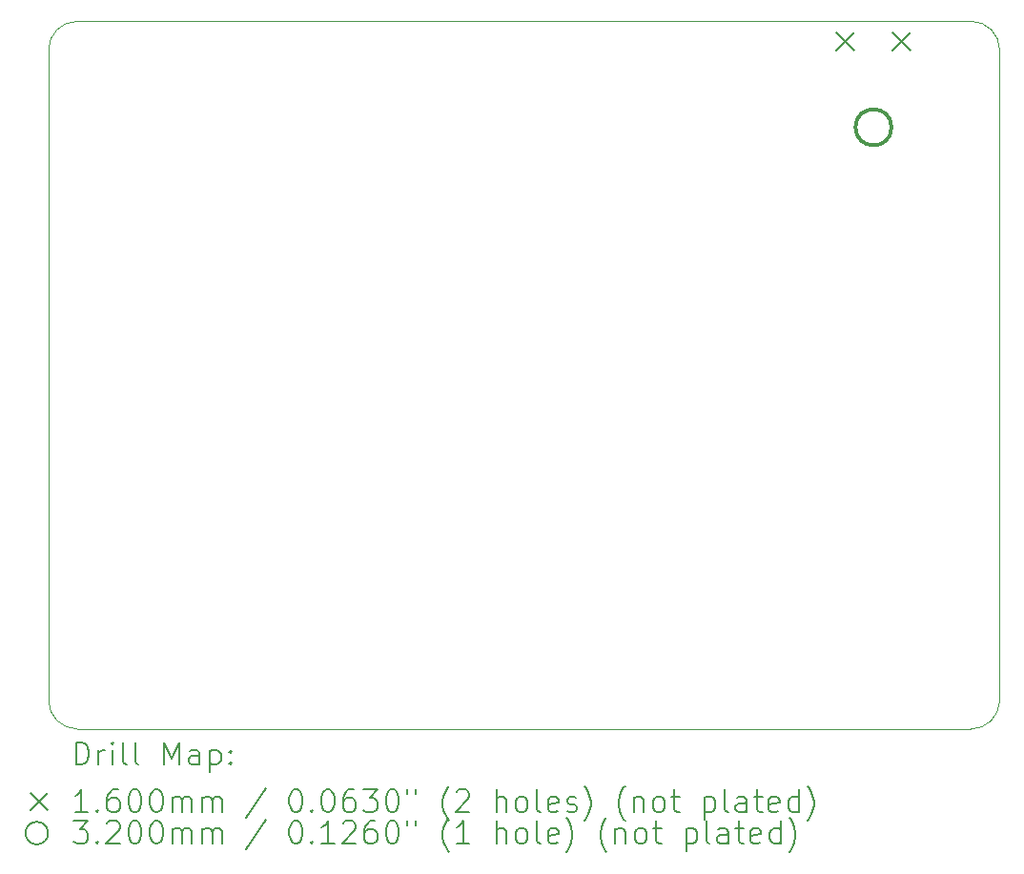
<source format=gbr>
%TF.GenerationSoftware,KiCad,Pcbnew,7.0.2*%
%TF.CreationDate,2023-10-16T20:56:54+02:00*%
%TF.ProjectId,interrupter,696e7465-7272-4757-9074-65722e6b6963,rev?*%
%TF.SameCoordinates,Original*%
%TF.FileFunction,Drillmap*%
%TF.FilePolarity,Positive*%
%FSLAX45Y45*%
G04 Gerber Fmt 4.5, Leading zero omitted, Abs format (unit mm)*
G04 Created by KiCad (PCBNEW 7.0.2) date 2023-10-16 20:56:54*
%MOMM*%
%LPD*%
G01*
G04 APERTURE LIST*
%ADD10C,0.100000*%
%ADD11C,0.200000*%
%ADD12C,0.160000*%
%ADD13C,0.320000*%
G04 APERTURE END LIST*
D10*
X10604500Y-2794000D02*
G75*
G03*
X10350500Y-2540000I-254000J0D01*
G01*
X2413000Y-2540000D02*
G75*
G03*
X2159000Y-2794000I0J-254000D01*
G01*
X2159002Y-8572358D02*
G75*
G03*
X2413000Y-8826358I253998J-2D01*
G01*
X2159000Y-2794000D02*
X2159000Y-8572358D01*
X2413000Y-2540000D02*
X10350500Y-2540000D01*
X10604500Y-8580858D02*
X10604500Y-2794000D01*
X10350500Y-8826502D02*
G75*
G03*
X10604500Y-8580858I0J254142D01*
G01*
X10350500Y-8826500D02*
X2413000Y-8826358D01*
D11*
D12*
X9154200Y-2641800D02*
X9314200Y-2801800D01*
X9314200Y-2641800D02*
X9154200Y-2801800D01*
X9654200Y-2641800D02*
X9814200Y-2801800D01*
X9814200Y-2641800D02*
X9654200Y-2801800D01*
D13*
X9644200Y-3481800D02*
G75*
G03*
X9644200Y-3481800I-160000J0D01*
G01*
D11*
X2401619Y-9144024D02*
X2401619Y-8944024D01*
X2401619Y-8944024D02*
X2449238Y-8944024D01*
X2449238Y-8944024D02*
X2477810Y-8953548D01*
X2477810Y-8953548D02*
X2496857Y-8972595D01*
X2496857Y-8972595D02*
X2506381Y-8991643D01*
X2506381Y-8991643D02*
X2515905Y-9029738D01*
X2515905Y-9029738D02*
X2515905Y-9058310D01*
X2515905Y-9058310D02*
X2506381Y-9096405D01*
X2506381Y-9096405D02*
X2496857Y-9115452D01*
X2496857Y-9115452D02*
X2477810Y-9134500D01*
X2477810Y-9134500D02*
X2449238Y-9144024D01*
X2449238Y-9144024D02*
X2401619Y-9144024D01*
X2601619Y-9144024D02*
X2601619Y-9010690D01*
X2601619Y-9048786D02*
X2611143Y-9029738D01*
X2611143Y-9029738D02*
X2620667Y-9020214D01*
X2620667Y-9020214D02*
X2639714Y-9010690D01*
X2639714Y-9010690D02*
X2658762Y-9010690D01*
X2725429Y-9144024D02*
X2725429Y-9010690D01*
X2725429Y-8944024D02*
X2715905Y-8953548D01*
X2715905Y-8953548D02*
X2725429Y-8963071D01*
X2725429Y-8963071D02*
X2734952Y-8953548D01*
X2734952Y-8953548D02*
X2725429Y-8944024D01*
X2725429Y-8944024D02*
X2725429Y-8963071D01*
X2849238Y-9144024D02*
X2830190Y-9134500D01*
X2830190Y-9134500D02*
X2820667Y-9115452D01*
X2820667Y-9115452D02*
X2820667Y-8944024D01*
X2954000Y-9144024D02*
X2934952Y-9134500D01*
X2934952Y-9134500D02*
X2925428Y-9115452D01*
X2925428Y-9115452D02*
X2925428Y-8944024D01*
X3182571Y-9144024D02*
X3182571Y-8944024D01*
X3182571Y-8944024D02*
X3249238Y-9086881D01*
X3249238Y-9086881D02*
X3315905Y-8944024D01*
X3315905Y-8944024D02*
X3315905Y-9144024D01*
X3496857Y-9144024D02*
X3496857Y-9039262D01*
X3496857Y-9039262D02*
X3487333Y-9020214D01*
X3487333Y-9020214D02*
X3468286Y-9010690D01*
X3468286Y-9010690D02*
X3430190Y-9010690D01*
X3430190Y-9010690D02*
X3411143Y-9020214D01*
X3496857Y-9134500D02*
X3477809Y-9144024D01*
X3477809Y-9144024D02*
X3430190Y-9144024D01*
X3430190Y-9144024D02*
X3411143Y-9134500D01*
X3411143Y-9134500D02*
X3401619Y-9115452D01*
X3401619Y-9115452D02*
X3401619Y-9096405D01*
X3401619Y-9096405D02*
X3411143Y-9077357D01*
X3411143Y-9077357D02*
X3430190Y-9067833D01*
X3430190Y-9067833D02*
X3477809Y-9067833D01*
X3477809Y-9067833D02*
X3496857Y-9058310D01*
X3592095Y-9010690D02*
X3592095Y-9210690D01*
X3592095Y-9020214D02*
X3611143Y-9010690D01*
X3611143Y-9010690D02*
X3649238Y-9010690D01*
X3649238Y-9010690D02*
X3668286Y-9020214D01*
X3668286Y-9020214D02*
X3677809Y-9029738D01*
X3677809Y-9029738D02*
X3687333Y-9048786D01*
X3687333Y-9048786D02*
X3687333Y-9105929D01*
X3687333Y-9105929D02*
X3677809Y-9124976D01*
X3677809Y-9124976D02*
X3668286Y-9134500D01*
X3668286Y-9134500D02*
X3649238Y-9144024D01*
X3649238Y-9144024D02*
X3611143Y-9144024D01*
X3611143Y-9144024D02*
X3592095Y-9134500D01*
X3773048Y-9124976D02*
X3782571Y-9134500D01*
X3782571Y-9134500D02*
X3773048Y-9144024D01*
X3773048Y-9144024D02*
X3763524Y-9134500D01*
X3763524Y-9134500D02*
X3773048Y-9124976D01*
X3773048Y-9124976D02*
X3773048Y-9144024D01*
X3773048Y-9020214D02*
X3782571Y-9029738D01*
X3782571Y-9029738D02*
X3773048Y-9039262D01*
X3773048Y-9039262D02*
X3763524Y-9029738D01*
X3763524Y-9029738D02*
X3773048Y-9020214D01*
X3773048Y-9020214D02*
X3773048Y-9039262D01*
D12*
X1994000Y-9391500D02*
X2154000Y-9551500D01*
X2154000Y-9391500D02*
X1994000Y-9551500D01*
D11*
X2506381Y-9564024D02*
X2392095Y-9564024D01*
X2449238Y-9564024D02*
X2449238Y-9364024D01*
X2449238Y-9364024D02*
X2430190Y-9392595D01*
X2430190Y-9392595D02*
X2411143Y-9411643D01*
X2411143Y-9411643D02*
X2392095Y-9421167D01*
X2592095Y-9544976D02*
X2601619Y-9554500D01*
X2601619Y-9554500D02*
X2592095Y-9564024D01*
X2592095Y-9564024D02*
X2582571Y-9554500D01*
X2582571Y-9554500D02*
X2592095Y-9544976D01*
X2592095Y-9544976D02*
X2592095Y-9564024D01*
X2773048Y-9364024D02*
X2734952Y-9364024D01*
X2734952Y-9364024D02*
X2715905Y-9373548D01*
X2715905Y-9373548D02*
X2706381Y-9383071D01*
X2706381Y-9383071D02*
X2687333Y-9411643D01*
X2687333Y-9411643D02*
X2677810Y-9449738D01*
X2677810Y-9449738D02*
X2677810Y-9525929D01*
X2677810Y-9525929D02*
X2687333Y-9544976D01*
X2687333Y-9544976D02*
X2696857Y-9554500D01*
X2696857Y-9554500D02*
X2715905Y-9564024D01*
X2715905Y-9564024D02*
X2754000Y-9564024D01*
X2754000Y-9564024D02*
X2773048Y-9554500D01*
X2773048Y-9554500D02*
X2782571Y-9544976D01*
X2782571Y-9544976D02*
X2792095Y-9525929D01*
X2792095Y-9525929D02*
X2792095Y-9478310D01*
X2792095Y-9478310D02*
X2782571Y-9459262D01*
X2782571Y-9459262D02*
X2773048Y-9449738D01*
X2773048Y-9449738D02*
X2754000Y-9440214D01*
X2754000Y-9440214D02*
X2715905Y-9440214D01*
X2715905Y-9440214D02*
X2696857Y-9449738D01*
X2696857Y-9449738D02*
X2687333Y-9459262D01*
X2687333Y-9459262D02*
X2677810Y-9478310D01*
X2915905Y-9364024D02*
X2934952Y-9364024D01*
X2934952Y-9364024D02*
X2954000Y-9373548D01*
X2954000Y-9373548D02*
X2963524Y-9383071D01*
X2963524Y-9383071D02*
X2973048Y-9402119D01*
X2973048Y-9402119D02*
X2982571Y-9440214D01*
X2982571Y-9440214D02*
X2982571Y-9487833D01*
X2982571Y-9487833D02*
X2973048Y-9525929D01*
X2973048Y-9525929D02*
X2963524Y-9544976D01*
X2963524Y-9544976D02*
X2954000Y-9554500D01*
X2954000Y-9554500D02*
X2934952Y-9564024D01*
X2934952Y-9564024D02*
X2915905Y-9564024D01*
X2915905Y-9564024D02*
X2896857Y-9554500D01*
X2896857Y-9554500D02*
X2887333Y-9544976D01*
X2887333Y-9544976D02*
X2877809Y-9525929D01*
X2877809Y-9525929D02*
X2868286Y-9487833D01*
X2868286Y-9487833D02*
X2868286Y-9440214D01*
X2868286Y-9440214D02*
X2877809Y-9402119D01*
X2877809Y-9402119D02*
X2887333Y-9383071D01*
X2887333Y-9383071D02*
X2896857Y-9373548D01*
X2896857Y-9373548D02*
X2915905Y-9364024D01*
X3106381Y-9364024D02*
X3125429Y-9364024D01*
X3125429Y-9364024D02*
X3144476Y-9373548D01*
X3144476Y-9373548D02*
X3154000Y-9383071D01*
X3154000Y-9383071D02*
X3163524Y-9402119D01*
X3163524Y-9402119D02*
X3173048Y-9440214D01*
X3173048Y-9440214D02*
X3173048Y-9487833D01*
X3173048Y-9487833D02*
X3163524Y-9525929D01*
X3163524Y-9525929D02*
X3154000Y-9544976D01*
X3154000Y-9544976D02*
X3144476Y-9554500D01*
X3144476Y-9554500D02*
X3125429Y-9564024D01*
X3125429Y-9564024D02*
X3106381Y-9564024D01*
X3106381Y-9564024D02*
X3087333Y-9554500D01*
X3087333Y-9554500D02*
X3077809Y-9544976D01*
X3077809Y-9544976D02*
X3068286Y-9525929D01*
X3068286Y-9525929D02*
X3058762Y-9487833D01*
X3058762Y-9487833D02*
X3058762Y-9440214D01*
X3058762Y-9440214D02*
X3068286Y-9402119D01*
X3068286Y-9402119D02*
X3077809Y-9383071D01*
X3077809Y-9383071D02*
X3087333Y-9373548D01*
X3087333Y-9373548D02*
X3106381Y-9364024D01*
X3258762Y-9564024D02*
X3258762Y-9430690D01*
X3258762Y-9449738D02*
X3268286Y-9440214D01*
X3268286Y-9440214D02*
X3287333Y-9430690D01*
X3287333Y-9430690D02*
X3315905Y-9430690D01*
X3315905Y-9430690D02*
X3334952Y-9440214D01*
X3334952Y-9440214D02*
X3344476Y-9459262D01*
X3344476Y-9459262D02*
X3344476Y-9564024D01*
X3344476Y-9459262D02*
X3354000Y-9440214D01*
X3354000Y-9440214D02*
X3373048Y-9430690D01*
X3373048Y-9430690D02*
X3401619Y-9430690D01*
X3401619Y-9430690D02*
X3420667Y-9440214D01*
X3420667Y-9440214D02*
X3430190Y-9459262D01*
X3430190Y-9459262D02*
X3430190Y-9564024D01*
X3525429Y-9564024D02*
X3525429Y-9430690D01*
X3525429Y-9449738D02*
X3534952Y-9440214D01*
X3534952Y-9440214D02*
X3554000Y-9430690D01*
X3554000Y-9430690D02*
X3582571Y-9430690D01*
X3582571Y-9430690D02*
X3601619Y-9440214D01*
X3601619Y-9440214D02*
X3611143Y-9459262D01*
X3611143Y-9459262D02*
X3611143Y-9564024D01*
X3611143Y-9459262D02*
X3620667Y-9440214D01*
X3620667Y-9440214D02*
X3639714Y-9430690D01*
X3639714Y-9430690D02*
X3668286Y-9430690D01*
X3668286Y-9430690D02*
X3687333Y-9440214D01*
X3687333Y-9440214D02*
X3696857Y-9459262D01*
X3696857Y-9459262D02*
X3696857Y-9564024D01*
X4087333Y-9354500D02*
X3915905Y-9611643D01*
X4344476Y-9364024D02*
X4363524Y-9364024D01*
X4363524Y-9364024D02*
X4382572Y-9373548D01*
X4382572Y-9373548D02*
X4392095Y-9383071D01*
X4392095Y-9383071D02*
X4401619Y-9402119D01*
X4401619Y-9402119D02*
X4411143Y-9440214D01*
X4411143Y-9440214D02*
X4411143Y-9487833D01*
X4411143Y-9487833D02*
X4401619Y-9525929D01*
X4401619Y-9525929D02*
X4392095Y-9544976D01*
X4392095Y-9544976D02*
X4382572Y-9554500D01*
X4382572Y-9554500D02*
X4363524Y-9564024D01*
X4363524Y-9564024D02*
X4344476Y-9564024D01*
X4344476Y-9564024D02*
X4325429Y-9554500D01*
X4325429Y-9554500D02*
X4315905Y-9544976D01*
X4315905Y-9544976D02*
X4306381Y-9525929D01*
X4306381Y-9525929D02*
X4296857Y-9487833D01*
X4296857Y-9487833D02*
X4296857Y-9440214D01*
X4296857Y-9440214D02*
X4306381Y-9402119D01*
X4306381Y-9402119D02*
X4315905Y-9383071D01*
X4315905Y-9383071D02*
X4325429Y-9373548D01*
X4325429Y-9373548D02*
X4344476Y-9364024D01*
X4496857Y-9544976D02*
X4506381Y-9554500D01*
X4506381Y-9554500D02*
X4496857Y-9564024D01*
X4496857Y-9564024D02*
X4487334Y-9554500D01*
X4487334Y-9554500D02*
X4496857Y-9544976D01*
X4496857Y-9544976D02*
X4496857Y-9564024D01*
X4630191Y-9364024D02*
X4649238Y-9364024D01*
X4649238Y-9364024D02*
X4668286Y-9373548D01*
X4668286Y-9373548D02*
X4677810Y-9383071D01*
X4677810Y-9383071D02*
X4687334Y-9402119D01*
X4687334Y-9402119D02*
X4696857Y-9440214D01*
X4696857Y-9440214D02*
X4696857Y-9487833D01*
X4696857Y-9487833D02*
X4687334Y-9525929D01*
X4687334Y-9525929D02*
X4677810Y-9544976D01*
X4677810Y-9544976D02*
X4668286Y-9554500D01*
X4668286Y-9554500D02*
X4649238Y-9564024D01*
X4649238Y-9564024D02*
X4630191Y-9564024D01*
X4630191Y-9564024D02*
X4611143Y-9554500D01*
X4611143Y-9554500D02*
X4601619Y-9544976D01*
X4601619Y-9544976D02*
X4592095Y-9525929D01*
X4592095Y-9525929D02*
X4582572Y-9487833D01*
X4582572Y-9487833D02*
X4582572Y-9440214D01*
X4582572Y-9440214D02*
X4592095Y-9402119D01*
X4592095Y-9402119D02*
X4601619Y-9383071D01*
X4601619Y-9383071D02*
X4611143Y-9373548D01*
X4611143Y-9373548D02*
X4630191Y-9364024D01*
X4868286Y-9364024D02*
X4830191Y-9364024D01*
X4830191Y-9364024D02*
X4811143Y-9373548D01*
X4811143Y-9373548D02*
X4801619Y-9383071D01*
X4801619Y-9383071D02*
X4782572Y-9411643D01*
X4782572Y-9411643D02*
X4773048Y-9449738D01*
X4773048Y-9449738D02*
X4773048Y-9525929D01*
X4773048Y-9525929D02*
X4782572Y-9544976D01*
X4782572Y-9544976D02*
X4792095Y-9554500D01*
X4792095Y-9554500D02*
X4811143Y-9564024D01*
X4811143Y-9564024D02*
X4849238Y-9564024D01*
X4849238Y-9564024D02*
X4868286Y-9554500D01*
X4868286Y-9554500D02*
X4877810Y-9544976D01*
X4877810Y-9544976D02*
X4887334Y-9525929D01*
X4887334Y-9525929D02*
X4887334Y-9478310D01*
X4887334Y-9478310D02*
X4877810Y-9459262D01*
X4877810Y-9459262D02*
X4868286Y-9449738D01*
X4868286Y-9449738D02*
X4849238Y-9440214D01*
X4849238Y-9440214D02*
X4811143Y-9440214D01*
X4811143Y-9440214D02*
X4792095Y-9449738D01*
X4792095Y-9449738D02*
X4782572Y-9459262D01*
X4782572Y-9459262D02*
X4773048Y-9478310D01*
X4954000Y-9364024D02*
X5077810Y-9364024D01*
X5077810Y-9364024D02*
X5011143Y-9440214D01*
X5011143Y-9440214D02*
X5039715Y-9440214D01*
X5039715Y-9440214D02*
X5058762Y-9449738D01*
X5058762Y-9449738D02*
X5068286Y-9459262D01*
X5068286Y-9459262D02*
X5077810Y-9478310D01*
X5077810Y-9478310D02*
X5077810Y-9525929D01*
X5077810Y-9525929D02*
X5068286Y-9544976D01*
X5068286Y-9544976D02*
X5058762Y-9554500D01*
X5058762Y-9554500D02*
X5039715Y-9564024D01*
X5039715Y-9564024D02*
X4982572Y-9564024D01*
X4982572Y-9564024D02*
X4963524Y-9554500D01*
X4963524Y-9554500D02*
X4954000Y-9544976D01*
X5201619Y-9364024D02*
X5220667Y-9364024D01*
X5220667Y-9364024D02*
X5239715Y-9373548D01*
X5239715Y-9373548D02*
X5249238Y-9383071D01*
X5249238Y-9383071D02*
X5258762Y-9402119D01*
X5258762Y-9402119D02*
X5268286Y-9440214D01*
X5268286Y-9440214D02*
X5268286Y-9487833D01*
X5268286Y-9487833D02*
X5258762Y-9525929D01*
X5258762Y-9525929D02*
X5249238Y-9544976D01*
X5249238Y-9544976D02*
X5239715Y-9554500D01*
X5239715Y-9554500D02*
X5220667Y-9564024D01*
X5220667Y-9564024D02*
X5201619Y-9564024D01*
X5201619Y-9564024D02*
X5182572Y-9554500D01*
X5182572Y-9554500D02*
X5173048Y-9544976D01*
X5173048Y-9544976D02*
X5163524Y-9525929D01*
X5163524Y-9525929D02*
X5154000Y-9487833D01*
X5154000Y-9487833D02*
X5154000Y-9440214D01*
X5154000Y-9440214D02*
X5163524Y-9402119D01*
X5163524Y-9402119D02*
X5173048Y-9383071D01*
X5173048Y-9383071D02*
X5182572Y-9373548D01*
X5182572Y-9373548D02*
X5201619Y-9364024D01*
X5344476Y-9364024D02*
X5344476Y-9402119D01*
X5420667Y-9364024D02*
X5420667Y-9402119D01*
X5715905Y-9640214D02*
X5706381Y-9630690D01*
X5706381Y-9630690D02*
X5687334Y-9602119D01*
X5687334Y-9602119D02*
X5677810Y-9583071D01*
X5677810Y-9583071D02*
X5668286Y-9554500D01*
X5668286Y-9554500D02*
X5658762Y-9506881D01*
X5658762Y-9506881D02*
X5658762Y-9468786D01*
X5658762Y-9468786D02*
X5668286Y-9421167D01*
X5668286Y-9421167D02*
X5677810Y-9392595D01*
X5677810Y-9392595D02*
X5687334Y-9373548D01*
X5687334Y-9373548D02*
X5706381Y-9344976D01*
X5706381Y-9344976D02*
X5715905Y-9335452D01*
X5782572Y-9383071D02*
X5792095Y-9373548D01*
X5792095Y-9373548D02*
X5811143Y-9364024D01*
X5811143Y-9364024D02*
X5858762Y-9364024D01*
X5858762Y-9364024D02*
X5877810Y-9373548D01*
X5877810Y-9373548D02*
X5887334Y-9383071D01*
X5887334Y-9383071D02*
X5896857Y-9402119D01*
X5896857Y-9402119D02*
X5896857Y-9421167D01*
X5896857Y-9421167D02*
X5887334Y-9449738D01*
X5887334Y-9449738D02*
X5773048Y-9564024D01*
X5773048Y-9564024D02*
X5896857Y-9564024D01*
X6134953Y-9564024D02*
X6134953Y-9364024D01*
X6220667Y-9564024D02*
X6220667Y-9459262D01*
X6220667Y-9459262D02*
X6211143Y-9440214D01*
X6211143Y-9440214D02*
X6192096Y-9430690D01*
X6192096Y-9430690D02*
X6163524Y-9430690D01*
X6163524Y-9430690D02*
X6144476Y-9440214D01*
X6144476Y-9440214D02*
X6134953Y-9449738D01*
X6344476Y-9564024D02*
X6325429Y-9554500D01*
X6325429Y-9554500D02*
X6315905Y-9544976D01*
X6315905Y-9544976D02*
X6306381Y-9525929D01*
X6306381Y-9525929D02*
X6306381Y-9468786D01*
X6306381Y-9468786D02*
X6315905Y-9449738D01*
X6315905Y-9449738D02*
X6325429Y-9440214D01*
X6325429Y-9440214D02*
X6344476Y-9430690D01*
X6344476Y-9430690D02*
X6373048Y-9430690D01*
X6373048Y-9430690D02*
X6392096Y-9440214D01*
X6392096Y-9440214D02*
X6401619Y-9449738D01*
X6401619Y-9449738D02*
X6411143Y-9468786D01*
X6411143Y-9468786D02*
X6411143Y-9525929D01*
X6411143Y-9525929D02*
X6401619Y-9544976D01*
X6401619Y-9544976D02*
X6392096Y-9554500D01*
X6392096Y-9554500D02*
X6373048Y-9564024D01*
X6373048Y-9564024D02*
X6344476Y-9564024D01*
X6525429Y-9564024D02*
X6506381Y-9554500D01*
X6506381Y-9554500D02*
X6496857Y-9535452D01*
X6496857Y-9535452D02*
X6496857Y-9364024D01*
X6677810Y-9554500D02*
X6658762Y-9564024D01*
X6658762Y-9564024D02*
X6620667Y-9564024D01*
X6620667Y-9564024D02*
X6601619Y-9554500D01*
X6601619Y-9554500D02*
X6592096Y-9535452D01*
X6592096Y-9535452D02*
X6592096Y-9459262D01*
X6592096Y-9459262D02*
X6601619Y-9440214D01*
X6601619Y-9440214D02*
X6620667Y-9430690D01*
X6620667Y-9430690D02*
X6658762Y-9430690D01*
X6658762Y-9430690D02*
X6677810Y-9440214D01*
X6677810Y-9440214D02*
X6687334Y-9459262D01*
X6687334Y-9459262D02*
X6687334Y-9478310D01*
X6687334Y-9478310D02*
X6592096Y-9497357D01*
X6763524Y-9554500D02*
X6782572Y-9564024D01*
X6782572Y-9564024D02*
X6820667Y-9564024D01*
X6820667Y-9564024D02*
X6839715Y-9554500D01*
X6839715Y-9554500D02*
X6849238Y-9535452D01*
X6849238Y-9535452D02*
X6849238Y-9525929D01*
X6849238Y-9525929D02*
X6839715Y-9506881D01*
X6839715Y-9506881D02*
X6820667Y-9497357D01*
X6820667Y-9497357D02*
X6792096Y-9497357D01*
X6792096Y-9497357D02*
X6773048Y-9487833D01*
X6773048Y-9487833D02*
X6763524Y-9468786D01*
X6763524Y-9468786D02*
X6763524Y-9459262D01*
X6763524Y-9459262D02*
X6773048Y-9440214D01*
X6773048Y-9440214D02*
X6792096Y-9430690D01*
X6792096Y-9430690D02*
X6820667Y-9430690D01*
X6820667Y-9430690D02*
X6839715Y-9440214D01*
X6915905Y-9640214D02*
X6925429Y-9630690D01*
X6925429Y-9630690D02*
X6944477Y-9602119D01*
X6944477Y-9602119D02*
X6954000Y-9583071D01*
X6954000Y-9583071D02*
X6963524Y-9554500D01*
X6963524Y-9554500D02*
X6973048Y-9506881D01*
X6973048Y-9506881D02*
X6973048Y-9468786D01*
X6973048Y-9468786D02*
X6963524Y-9421167D01*
X6963524Y-9421167D02*
X6954000Y-9392595D01*
X6954000Y-9392595D02*
X6944477Y-9373548D01*
X6944477Y-9373548D02*
X6925429Y-9344976D01*
X6925429Y-9344976D02*
X6915905Y-9335452D01*
X7277810Y-9640214D02*
X7268286Y-9630690D01*
X7268286Y-9630690D02*
X7249238Y-9602119D01*
X7249238Y-9602119D02*
X7239715Y-9583071D01*
X7239715Y-9583071D02*
X7230191Y-9554500D01*
X7230191Y-9554500D02*
X7220667Y-9506881D01*
X7220667Y-9506881D02*
X7220667Y-9468786D01*
X7220667Y-9468786D02*
X7230191Y-9421167D01*
X7230191Y-9421167D02*
X7239715Y-9392595D01*
X7239715Y-9392595D02*
X7249238Y-9373548D01*
X7249238Y-9373548D02*
X7268286Y-9344976D01*
X7268286Y-9344976D02*
X7277810Y-9335452D01*
X7354000Y-9430690D02*
X7354000Y-9564024D01*
X7354000Y-9449738D02*
X7363524Y-9440214D01*
X7363524Y-9440214D02*
X7382572Y-9430690D01*
X7382572Y-9430690D02*
X7411143Y-9430690D01*
X7411143Y-9430690D02*
X7430191Y-9440214D01*
X7430191Y-9440214D02*
X7439715Y-9459262D01*
X7439715Y-9459262D02*
X7439715Y-9564024D01*
X7563524Y-9564024D02*
X7544477Y-9554500D01*
X7544477Y-9554500D02*
X7534953Y-9544976D01*
X7534953Y-9544976D02*
X7525429Y-9525929D01*
X7525429Y-9525929D02*
X7525429Y-9468786D01*
X7525429Y-9468786D02*
X7534953Y-9449738D01*
X7534953Y-9449738D02*
X7544477Y-9440214D01*
X7544477Y-9440214D02*
X7563524Y-9430690D01*
X7563524Y-9430690D02*
X7592096Y-9430690D01*
X7592096Y-9430690D02*
X7611143Y-9440214D01*
X7611143Y-9440214D02*
X7620667Y-9449738D01*
X7620667Y-9449738D02*
X7630191Y-9468786D01*
X7630191Y-9468786D02*
X7630191Y-9525929D01*
X7630191Y-9525929D02*
X7620667Y-9544976D01*
X7620667Y-9544976D02*
X7611143Y-9554500D01*
X7611143Y-9554500D02*
X7592096Y-9564024D01*
X7592096Y-9564024D02*
X7563524Y-9564024D01*
X7687334Y-9430690D02*
X7763524Y-9430690D01*
X7715905Y-9364024D02*
X7715905Y-9535452D01*
X7715905Y-9535452D02*
X7725429Y-9554500D01*
X7725429Y-9554500D02*
X7744477Y-9564024D01*
X7744477Y-9564024D02*
X7763524Y-9564024D01*
X7982572Y-9430690D02*
X7982572Y-9630690D01*
X7982572Y-9440214D02*
X8001619Y-9430690D01*
X8001619Y-9430690D02*
X8039715Y-9430690D01*
X8039715Y-9430690D02*
X8058762Y-9440214D01*
X8058762Y-9440214D02*
X8068286Y-9449738D01*
X8068286Y-9449738D02*
X8077810Y-9468786D01*
X8077810Y-9468786D02*
X8077810Y-9525929D01*
X8077810Y-9525929D02*
X8068286Y-9544976D01*
X8068286Y-9544976D02*
X8058762Y-9554500D01*
X8058762Y-9554500D02*
X8039715Y-9564024D01*
X8039715Y-9564024D02*
X8001619Y-9564024D01*
X8001619Y-9564024D02*
X7982572Y-9554500D01*
X8192096Y-9564024D02*
X8173048Y-9554500D01*
X8173048Y-9554500D02*
X8163524Y-9535452D01*
X8163524Y-9535452D02*
X8163524Y-9364024D01*
X8354000Y-9564024D02*
X8354000Y-9459262D01*
X8354000Y-9459262D02*
X8344477Y-9440214D01*
X8344477Y-9440214D02*
X8325429Y-9430690D01*
X8325429Y-9430690D02*
X8287334Y-9430690D01*
X8287334Y-9430690D02*
X8268286Y-9440214D01*
X8354000Y-9554500D02*
X8334953Y-9564024D01*
X8334953Y-9564024D02*
X8287334Y-9564024D01*
X8287334Y-9564024D02*
X8268286Y-9554500D01*
X8268286Y-9554500D02*
X8258762Y-9535452D01*
X8258762Y-9535452D02*
X8258762Y-9516405D01*
X8258762Y-9516405D02*
X8268286Y-9497357D01*
X8268286Y-9497357D02*
X8287334Y-9487833D01*
X8287334Y-9487833D02*
X8334953Y-9487833D01*
X8334953Y-9487833D02*
X8354000Y-9478310D01*
X8420667Y-9430690D02*
X8496858Y-9430690D01*
X8449239Y-9364024D02*
X8449239Y-9535452D01*
X8449239Y-9535452D02*
X8458762Y-9554500D01*
X8458762Y-9554500D02*
X8477810Y-9564024D01*
X8477810Y-9564024D02*
X8496858Y-9564024D01*
X8639715Y-9554500D02*
X8620667Y-9564024D01*
X8620667Y-9564024D02*
X8582572Y-9564024D01*
X8582572Y-9564024D02*
X8563524Y-9554500D01*
X8563524Y-9554500D02*
X8554001Y-9535452D01*
X8554001Y-9535452D02*
X8554001Y-9459262D01*
X8554001Y-9459262D02*
X8563524Y-9440214D01*
X8563524Y-9440214D02*
X8582572Y-9430690D01*
X8582572Y-9430690D02*
X8620667Y-9430690D01*
X8620667Y-9430690D02*
X8639715Y-9440214D01*
X8639715Y-9440214D02*
X8649239Y-9459262D01*
X8649239Y-9459262D02*
X8649239Y-9478310D01*
X8649239Y-9478310D02*
X8554001Y-9497357D01*
X8820667Y-9564024D02*
X8820667Y-9364024D01*
X8820667Y-9554500D02*
X8801620Y-9564024D01*
X8801620Y-9564024D02*
X8763524Y-9564024D01*
X8763524Y-9564024D02*
X8744477Y-9554500D01*
X8744477Y-9554500D02*
X8734953Y-9544976D01*
X8734953Y-9544976D02*
X8725429Y-9525929D01*
X8725429Y-9525929D02*
X8725429Y-9468786D01*
X8725429Y-9468786D02*
X8734953Y-9449738D01*
X8734953Y-9449738D02*
X8744477Y-9440214D01*
X8744477Y-9440214D02*
X8763524Y-9430690D01*
X8763524Y-9430690D02*
X8801620Y-9430690D01*
X8801620Y-9430690D02*
X8820667Y-9440214D01*
X8896858Y-9640214D02*
X8906382Y-9630690D01*
X8906382Y-9630690D02*
X8925429Y-9602119D01*
X8925429Y-9602119D02*
X8934953Y-9583071D01*
X8934953Y-9583071D02*
X8944477Y-9554500D01*
X8944477Y-9554500D02*
X8954001Y-9506881D01*
X8954001Y-9506881D02*
X8954001Y-9468786D01*
X8954001Y-9468786D02*
X8944477Y-9421167D01*
X8944477Y-9421167D02*
X8934953Y-9392595D01*
X8934953Y-9392595D02*
X8925429Y-9373548D01*
X8925429Y-9373548D02*
X8906382Y-9344976D01*
X8906382Y-9344976D02*
X8896858Y-9335452D01*
X2154000Y-9751500D02*
G75*
G03*
X2154000Y-9751500I-100000J0D01*
G01*
X2382571Y-9644024D02*
X2506381Y-9644024D01*
X2506381Y-9644024D02*
X2439714Y-9720214D01*
X2439714Y-9720214D02*
X2468286Y-9720214D01*
X2468286Y-9720214D02*
X2487333Y-9729738D01*
X2487333Y-9729738D02*
X2496857Y-9739262D01*
X2496857Y-9739262D02*
X2506381Y-9758310D01*
X2506381Y-9758310D02*
X2506381Y-9805929D01*
X2506381Y-9805929D02*
X2496857Y-9824976D01*
X2496857Y-9824976D02*
X2487333Y-9834500D01*
X2487333Y-9834500D02*
X2468286Y-9844024D01*
X2468286Y-9844024D02*
X2411143Y-9844024D01*
X2411143Y-9844024D02*
X2392095Y-9834500D01*
X2392095Y-9834500D02*
X2382571Y-9824976D01*
X2592095Y-9824976D02*
X2601619Y-9834500D01*
X2601619Y-9834500D02*
X2592095Y-9844024D01*
X2592095Y-9844024D02*
X2582571Y-9834500D01*
X2582571Y-9834500D02*
X2592095Y-9824976D01*
X2592095Y-9824976D02*
X2592095Y-9844024D01*
X2677810Y-9663071D02*
X2687333Y-9653548D01*
X2687333Y-9653548D02*
X2706381Y-9644024D01*
X2706381Y-9644024D02*
X2754000Y-9644024D01*
X2754000Y-9644024D02*
X2773048Y-9653548D01*
X2773048Y-9653548D02*
X2782571Y-9663071D01*
X2782571Y-9663071D02*
X2792095Y-9682119D01*
X2792095Y-9682119D02*
X2792095Y-9701167D01*
X2792095Y-9701167D02*
X2782571Y-9729738D01*
X2782571Y-9729738D02*
X2668286Y-9844024D01*
X2668286Y-9844024D02*
X2792095Y-9844024D01*
X2915905Y-9644024D02*
X2934952Y-9644024D01*
X2934952Y-9644024D02*
X2954000Y-9653548D01*
X2954000Y-9653548D02*
X2963524Y-9663071D01*
X2963524Y-9663071D02*
X2973048Y-9682119D01*
X2973048Y-9682119D02*
X2982571Y-9720214D01*
X2982571Y-9720214D02*
X2982571Y-9767833D01*
X2982571Y-9767833D02*
X2973048Y-9805929D01*
X2973048Y-9805929D02*
X2963524Y-9824976D01*
X2963524Y-9824976D02*
X2954000Y-9834500D01*
X2954000Y-9834500D02*
X2934952Y-9844024D01*
X2934952Y-9844024D02*
X2915905Y-9844024D01*
X2915905Y-9844024D02*
X2896857Y-9834500D01*
X2896857Y-9834500D02*
X2887333Y-9824976D01*
X2887333Y-9824976D02*
X2877809Y-9805929D01*
X2877809Y-9805929D02*
X2868286Y-9767833D01*
X2868286Y-9767833D02*
X2868286Y-9720214D01*
X2868286Y-9720214D02*
X2877809Y-9682119D01*
X2877809Y-9682119D02*
X2887333Y-9663071D01*
X2887333Y-9663071D02*
X2896857Y-9653548D01*
X2896857Y-9653548D02*
X2915905Y-9644024D01*
X3106381Y-9644024D02*
X3125429Y-9644024D01*
X3125429Y-9644024D02*
X3144476Y-9653548D01*
X3144476Y-9653548D02*
X3154000Y-9663071D01*
X3154000Y-9663071D02*
X3163524Y-9682119D01*
X3163524Y-9682119D02*
X3173048Y-9720214D01*
X3173048Y-9720214D02*
X3173048Y-9767833D01*
X3173048Y-9767833D02*
X3163524Y-9805929D01*
X3163524Y-9805929D02*
X3154000Y-9824976D01*
X3154000Y-9824976D02*
X3144476Y-9834500D01*
X3144476Y-9834500D02*
X3125429Y-9844024D01*
X3125429Y-9844024D02*
X3106381Y-9844024D01*
X3106381Y-9844024D02*
X3087333Y-9834500D01*
X3087333Y-9834500D02*
X3077809Y-9824976D01*
X3077809Y-9824976D02*
X3068286Y-9805929D01*
X3068286Y-9805929D02*
X3058762Y-9767833D01*
X3058762Y-9767833D02*
X3058762Y-9720214D01*
X3058762Y-9720214D02*
X3068286Y-9682119D01*
X3068286Y-9682119D02*
X3077809Y-9663071D01*
X3077809Y-9663071D02*
X3087333Y-9653548D01*
X3087333Y-9653548D02*
X3106381Y-9644024D01*
X3258762Y-9844024D02*
X3258762Y-9710690D01*
X3258762Y-9729738D02*
X3268286Y-9720214D01*
X3268286Y-9720214D02*
X3287333Y-9710690D01*
X3287333Y-9710690D02*
X3315905Y-9710690D01*
X3315905Y-9710690D02*
X3334952Y-9720214D01*
X3334952Y-9720214D02*
X3344476Y-9739262D01*
X3344476Y-9739262D02*
X3344476Y-9844024D01*
X3344476Y-9739262D02*
X3354000Y-9720214D01*
X3354000Y-9720214D02*
X3373048Y-9710690D01*
X3373048Y-9710690D02*
X3401619Y-9710690D01*
X3401619Y-9710690D02*
X3420667Y-9720214D01*
X3420667Y-9720214D02*
X3430190Y-9739262D01*
X3430190Y-9739262D02*
X3430190Y-9844024D01*
X3525429Y-9844024D02*
X3525429Y-9710690D01*
X3525429Y-9729738D02*
X3534952Y-9720214D01*
X3534952Y-9720214D02*
X3554000Y-9710690D01*
X3554000Y-9710690D02*
X3582571Y-9710690D01*
X3582571Y-9710690D02*
X3601619Y-9720214D01*
X3601619Y-9720214D02*
X3611143Y-9739262D01*
X3611143Y-9739262D02*
X3611143Y-9844024D01*
X3611143Y-9739262D02*
X3620667Y-9720214D01*
X3620667Y-9720214D02*
X3639714Y-9710690D01*
X3639714Y-9710690D02*
X3668286Y-9710690D01*
X3668286Y-9710690D02*
X3687333Y-9720214D01*
X3687333Y-9720214D02*
X3696857Y-9739262D01*
X3696857Y-9739262D02*
X3696857Y-9844024D01*
X4087333Y-9634500D02*
X3915905Y-9891643D01*
X4344476Y-9644024D02*
X4363524Y-9644024D01*
X4363524Y-9644024D02*
X4382572Y-9653548D01*
X4382572Y-9653548D02*
X4392095Y-9663071D01*
X4392095Y-9663071D02*
X4401619Y-9682119D01*
X4401619Y-9682119D02*
X4411143Y-9720214D01*
X4411143Y-9720214D02*
X4411143Y-9767833D01*
X4411143Y-9767833D02*
X4401619Y-9805929D01*
X4401619Y-9805929D02*
X4392095Y-9824976D01*
X4392095Y-9824976D02*
X4382572Y-9834500D01*
X4382572Y-9834500D02*
X4363524Y-9844024D01*
X4363524Y-9844024D02*
X4344476Y-9844024D01*
X4344476Y-9844024D02*
X4325429Y-9834500D01*
X4325429Y-9834500D02*
X4315905Y-9824976D01*
X4315905Y-9824976D02*
X4306381Y-9805929D01*
X4306381Y-9805929D02*
X4296857Y-9767833D01*
X4296857Y-9767833D02*
X4296857Y-9720214D01*
X4296857Y-9720214D02*
X4306381Y-9682119D01*
X4306381Y-9682119D02*
X4315905Y-9663071D01*
X4315905Y-9663071D02*
X4325429Y-9653548D01*
X4325429Y-9653548D02*
X4344476Y-9644024D01*
X4496857Y-9824976D02*
X4506381Y-9834500D01*
X4506381Y-9834500D02*
X4496857Y-9844024D01*
X4496857Y-9844024D02*
X4487334Y-9834500D01*
X4487334Y-9834500D02*
X4496857Y-9824976D01*
X4496857Y-9824976D02*
X4496857Y-9844024D01*
X4696857Y-9844024D02*
X4582572Y-9844024D01*
X4639714Y-9844024D02*
X4639714Y-9644024D01*
X4639714Y-9644024D02*
X4620667Y-9672595D01*
X4620667Y-9672595D02*
X4601619Y-9691643D01*
X4601619Y-9691643D02*
X4582572Y-9701167D01*
X4773048Y-9663071D02*
X4782572Y-9653548D01*
X4782572Y-9653548D02*
X4801619Y-9644024D01*
X4801619Y-9644024D02*
X4849238Y-9644024D01*
X4849238Y-9644024D02*
X4868286Y-9653548D01*
X4868286Y-9653548D02*
X4877810Y-9663071D01*
X4877810Y-9663071D02*
X4887334Y-9682119D01*
X4887334Y-9682119D02*
X4887334Y-9701167D01*
X4887334Y-9701167D02*
X4877810Y-9729738D01*
X4877810Y-9729738D02*
X4763524Y-9844024D01*
X4763524Y-9844024D02*
X4887334Y-9844024D01*
X5058762Y-9644024D02*
X5020667Y-9644024D01*
X5020667Y-9644024D02*
X5001619Y-9653548D01*
X5001619Y-9653548D02*
X4992095Y-9663071D01*
X4992095Y-9663071D02*
X4973048Y-9691643D01*
X4973048Y-9691643D02*
X4963524Y-9729738D01*
X4963524Y-9729738D02*
X4963524Y-9805929D01*
X4963524Y-9805929D02*
X4973048Y-9824976D01*
X4973048Y-9824976D02*
X4982572Y-9834500D01*
X4982572Y-9834500D02*
X5001619Y-9844024D01*
X5001619Y-9844024D02*
X5039715Y-9844024D01*
X5039715Y-9844024D02*
X5058762Y-9834500D01*
X5058762Y-9834500D02*
X5068286Y-9824976D01*
X5068286Y-9824976D02*
X5077810Y-9805929D01*
X5077810Y-9805929D02*
X5077810Y-9758310D01*
X5077810Y-9758310D02*
X5068286Y-9739262D01*
X5068286Y-9739262D02*
X5058762Y-9729738D01*
X5058762Y-9729738D02*
X5039715Y-9720214D01*
X5039715Y-9720214D02*
X5001619Y-9720214D01*
X5001619Y-9720214D02*
X4982572Y-9729738D01*
X4982572Y-9729738D02*
X4973048Y-9739262D01*
X4973048Y-9739262D02*
X4963524Y-9758310D01*
X5201619Y-9644024D02*
X5220667Y-9644024D01*
X5220667Y-9644024D02*
X5239715Y-9653548D01*
X5239715Y-9653548D02*
X5249238Y-9663071D01*
X5249238Y-9663071D02*
X5258762Y-9682119D01*
X5258762Y-9682119D02*
X5268286Y-9720214D01*
X5268286Y-9720214D02*
X5268286Y-9767833D01*
X5268286Y-9767833D02*
X5258762Y-9805929D01*
X5258762Y-9805929D02*
X5249238Y-9824976D01*
X5249238Y-9824976D02*
X5239715Y-9834500D01*
X5239715Y-9834500D02*
X5220667Y-9844024D01*
X5220667Y-9844024D02*
X5201619Y-9844024D01*
X5201619Y-9844024D02*
X5182572Y-9834500D01*
X5182572Y-9834500D02*
X5173048Y-9824976D01*
X5173048Y-9824976D02*
X5163524Y-9805929D01*
X5163524Y-9805929D02*
X5154000Y-9767833D01*
X5154000Y-9767833D02*
X5154000Y-9720214D01*
X5154000Y-9720214D02*
X5163524Y-9682119D01*
X5163524Y-9682119D02*
X5173048Y-9663071D01*
X5173048Y-9663071D02*
X5182572Y-9653548D01*
X5182572Y-9653548D02*
X5201619Y-9644024D01*
X5344476Y-9644024D02*
X5344476Y-9682119D01*
X5420667Y-9644024D02*
X5420667Y-9682119D01*
X5715905Y-9920214D02*
X5706381Y-9910690D01*
X5706381Y-9910690D02*
X5687334Y-9882119D01*
X5687334Y-9882119D02*
X5677810Y-9863071D01*
X5677810Y-9863071D02*
X5668286Y-9834500D01*
X5668286Y-9834500D02*
X5658762Y-9786881D01*
X5658762Y-9786881D02*
X5658762Y-9748786D01*
X5658762Y-9748786D02*
X5668286Y-9701167D01*
X5668286Y-9701167D02*
X5677810Y-9672595D01*
X5677810Y-9672595D02*
X5687334Y-9653548D01*
X5687334Y-9653548D02*
X5706381Y-9624976D01*
X5706381Y-9624976D02*
X5715905Y-9615452D01*
X5896857Y-9844024D02*
X5782572Y-9844024D01*
X5839714Y-9844024D02*
X5839714Y-9644024D01*
X5839714Y-9644024D02*
X5820667Y-9672595D01*
X5820667Y-9672595D02*
X5801619Y-9691643D01*
X5801619Y-9691643D02*
X5782572Y-9701167D01*
X6134953Y-9844024D02*
X6134953Y-9644024D01*
X6220667Y-9844024D02*
X6220667Y-9739262D01*
X6220667Y-9739262D02*
X6211143Y-9720214D01*
X6211143Y-9720214D02*
X6192096Y-9710690D01*
X6192096Y-9710690D02*
X6163524Y-9710690D01*
X6163524Y-9710690D02*
X6144476Y-9720214D01*
X6144476Y-9720214D02*
X6134953Y-9729738D01*
X6344476Y-9844024D02*
X6325429Y-9834500D01*
X6325429Y-9834500D02*
X6315905Y-9824976D01*
X6315905Y-9824976D02*
X6306381Y-9805929D01*
X6306381Y-9805929D02*
X6306381Y-9748786D01*
X6306381Y-9748786D02*
X6315905Y-9729738D01*
X6315905Y-9729738D02*
X6325429Y-9720214D01*
X6325429Y-9720214D02*
X6344476Y-9710690D01*
X6344476Y-9710690D02*
X6373048Y-9710690D01*
X6373048Y-9710690D02*
X6392096Y-9720214D01*
X6392096Y-9720214D02*
X6401619Y-9729738D01*
X6401619Y-9729738D02*
X6411143Y-9748786D01*
X6411143Y-9748786D02*
X6411143Y-9805929D01*
X6411143Y-9805929D02*
X6401619Y-9824976D01*
X6401619Y-9824976D02*
X6392096Y-9834500D01*
X6392096Y-9834500D02*
X6373048Y-9844024D01*
X6373048Y-9844024D02*
X6344476Y-9844024D01*
X6525429Y-9844024D02*
X6506381Y-9834500D01*
X6506381Y-9834500D02*
X6496857Y-9815452D01*
X6496857Y-9815452D02*
X6496857Y-9644024D01*
X6677810Y-9834500D02*
X6658762Y-9844024D01*
X6658762Y-9844024D02*
X6620667Y-9844024D01*
X6620667Y-9844024D02*
X6601619Y-9834500D01*
X6601619Y-9834500D02*
X6592096Y-9815452D01*
X6592096Y-9815452D02*
X6592096Y-9739262D01*
X6592096Y-9739262D02*
X6601619Y-9720214D01*
X6601619Y-9720214D02*
X6620667Y-9710690D01*
X6620667Y-9710690D02*
X6658762Y-9710690D01*
X6658762Y-9710690D02*
X6677810Y-9720214D01*
X6677810Y-9720214D02*
X6687334Y-9739262D01*
X6687334Y-9739262D02*
X6687334Y-9758310D01*
X6687334Y-9758310D02*
X6592096Y-9777357D01*
X6754000Y-9920214D02*
X6763524Y-9910690D01*
X6763524Y-9910690D02*
X6782572Y-9882119D01*
X6782572Y-9882119D02*
X6792096Y-9863071D01*
X6792096Y-9863071D02*
X6801619Y-9834500D01*
X6801619Y-9834500D02*
X6811143Y-9786881D01*
X6811143Y-9786881D02*
X6811143Y-9748786D01*
X6811143Y-9748786D02*
X6801619Y-9701167D01*
X6801619Y-9701167D02*
X6792096Y-9672595D01*
X6792096Y-9672595D02*
X6782572Y-9653548D01*
X6782572Y-9653548D02*
X6763524Y-9624976D01*
X6763524Y-9624976D02*
X6754000Y-9615452D01*
X7115905Y-9920214D02*
X7106381Y-9910690D01*
X7106381Y-9910690D02*
X7087334Y-9882119D01*
X7087334Y-9882119D02*
X7077810Y-9863071D01*
X7077810Y-9863071D02*
X7068286Y-9834500D01*
X7068286Y-9834500D02*
X7058762Y-9786881D01*
X7058762Y-9786881D02*
X7058762Y-9748786D01*
X7058762Y-9748786D02*
X7068286Y-9701167D01*
X7068286Y-9701167D02*
X7077810Y-9672595D01*
X7077810Y-9672595D02*
X7087334Y-9653548D01*
X7087334Y-9653548D02*
X7106381Y-9624976D01*
X7106381Y-9624976D02*
X7115905Y-9615452D01*
X7192096Y-9710690D02*
X7192096Y-9844024D01*
X7192096Y-9729738D02*
X7201619Y-9720214D01*
X7201619Y-9720214D02*
X7220667Y-9710690D01*
X7220667Y-9710690D02*
X7249238Y-9710690D01*
X7249238Y-9710690D02*
X7268286Y-9720214D01*
X7268286Y-9720214D02*
X7277810Y-9739262D01*
X7277810Y-9739262D02*
X7277810Y-9844024D01*
X7401619Y-9844024D02*
X7382572Y-9834500D01*
X7382572Y-9834500D02*
X7373048Y-9824976D01*
X7373048Y-9824976D02*
X7363524Y-9805929D01*
X7363524Y-9805929D02*
X7363524Y-9748786D01*
X7363524Y-9748786D02*
X7373048Y-9729738D01*
X7373048Y-9729738D02*
X7382572Y-9720214D01*
X7382572Y-9720214D02*
X7401619Y-9710690D01*
X7401619Y-9710690D02*
X7430191Y-9710690D01*
X7430191Y-9710690D02*
X7449238Y-9720214D01*
X7449238Y-9720214D02*
X7458762Y-9729738D01*
X7458762Y-9729738D02*
X7468286Y-9748786D01*
X7468286Y-9748786D02*
X7468286Y-9805929D01*
X7468286Y-9805929D02*
X7458762Y-9824976D01*
X7458762Y-9824976D02*
X7449238Y-9834500D01*
X7449238Y-9834500D02*
X7430191Y-9844024D01*
X7430191Y-9844024D02*
X7401619Y-9844024D01*
X7525429Y-9710690D02*
X7601619Y-9710690D01*
X7554000Y-9644024D02*
X7554000Y-9815452D01*
X7554000Y-9815452D02*
X7563524Y-9834500D01*
X7563524Y-9834500D02*
X7582572Y-9844024D01*
X7582572Y-9844024D02*
X7601619Y-9844024D01*
X7820667Y-9710690D02*
X7820667Y-9910690D01*
X7820667Y-9720214D02*
X7839715Y-9710690D01*
X7839715Y-9710690D02*
X7877810Y-9710690D01*
X7877810Y-9710690D02*
X7896858Y-9720214D01*
X7896858Y-9720214D02*
X7906381Y-9729738D01*
X7906381Y-9729738D02*
X7915905Y-9748786D01*
X7915905Y-9748786D02*
X7915905Y-9805929D01*
X7915905Y-9805929D02*
X7906381Y-9824976D01*
X7906381Y-9824976D02*
X7896858Y-9834500D01*
X7896858Y-9834500D02*
X7877810Y-9844024D01*
X7877810Y-9844024D02*
X7839715Y-9844024D01*
X7839715Y-9844024D02*
X7820667Y-9834500D01*
X8030191Y-9844024D02*
X8011143Y-9834500D01*
X8011143Y-9834500D02*
X8001619Y-9815452D01*
X8001619Y-9815452D02*
X8001619Y-9644024D01*
X8192096Y-9844024D02*
X8192096Y-9739262D01*
X8192096Y-9739262D02*
X8182572Y-9720214D01*
X8182572Y-9720214D02*
X8163524Y-9710690D01*
X8163524Y-9710690D02*
X8125429Y-9710690D01*
X8125429Y-9710690D02*
X8106381Y-9720214D01*
X8192096Y-9834500D02*
X8173048Y-9844024D01*
X8173048Y-9844024D02*
X8125429Y-9844024D01*
X8125429Y-9844024D02*
X8106381Y-9834500D01*
X8106381Y-9834500D02*
X8096858Y-9815452D01*
X8096858Y-9815452D02*
X8096858Y-9796405D01*
X8096858Y-9796405D02*
X8106381Y-9777357D01*
X8106381Y-9777357D02*
X8125429Y-9767833D01*
X8125429Y-9767833D02*
X8173048Y-9767833D01*
X8173048Y-9767833D02*
X8192096Y-9758310D01*
X8258762Y-9710690D02*
X8334953Y-9710690D01*
X8287334Y-9644024D02*
X8287334Y-9815452D01*
X8287334Y-9815452D02*
X8296858Y-9834500D01*
X8296858Y-9834500D02*
X8315905Y-9844024D01*
X8315905Y-9844024D02*
X8334953Y-9844024D01*
X8477810Y-9834500D02*
X8458762Y-9844024D01*
X8458762Y-9844024D02*
X8420667Y-9844024D01*
X8420667Y-9844024D02*
X8401620Y-9834500D01*
X8401620Y-9834500D02*
X8392096Y-9815452D01*
X8392096Y-9815452D02*
X8392096Y-9739262D01*
X8392096Y-9739262D02*
X8401620Y-9720214D01*
X8401620Y-9720214D02*
X8420667Y-9710690D01*
X8420667Y-9710690D02*
X8458762Y-9710690D01*
X8458762Y-9710690D02*
X8477810Y-9720214D01*
X8477810Y-9720214D02*
X8487334Y-9739262D01*
X8487334Y-9739262D02*
X8487334Y-9758310D01*
X8487334Y-9758310D02*
X8392096Y-9777357D01*
X8658762Y-9844024D02*
X8658762Y-9644024D01*
X8658762Y-9834500D02*
X8639715Y-9844024D01*
X8639715Y-9844024D02*
X8601620Y-9844024D01*
X8601620Y-9844024D02*
X8582572Y-9834500D01*
X8582572Y-9834500D02*
X8573048Y-9824976D01*
X8573048Y-9824976D02*
X8563524Y-9805929D01*
X8563524Y-9805929D02*
X8563524Y-9748786D01*
X8563524Y-9748786D02*
X8573048Y-9729738D01*
X8573048Y-9729738D02*
X8582572Y-9720214D01*
X8582572Y-9720214D02*
X8601620Y-9710690D01*
X8601620Y-9710690D02*
X8639715Y-9710690D01*
X8639715Y-9710690D02*
X8658762Y-9720214D01*
X8734953Y-9920214D02*
X8744477Y-9910690D01*
X8744477Y-9910690D02*
X8763524Y-9882119D01*
X8763524Y-9882119D02*
X8773048Y-9863071D01*
X8773048Y-9863071D02*
X8782572Y-9834500D01*
X8782572Y-9834500D02*
X8792096Y-9786881D01*
X8792096Y-9786881D02*
X8792096Y-9748786D01*
X8792096Y-9748786D02*
X8782572Y-9701167D01*
X8782572Y-9701167D02*
X8773048Y-9672595D01*
X8773048Y-9672595D02*
X8763524Y-9653548D01*
X8763524Y-9653548D02*
X8744477Y-9624976D01*
X8744477Y-9624976D02*
X8734953Y-9615452D01*
M02*

</source>
